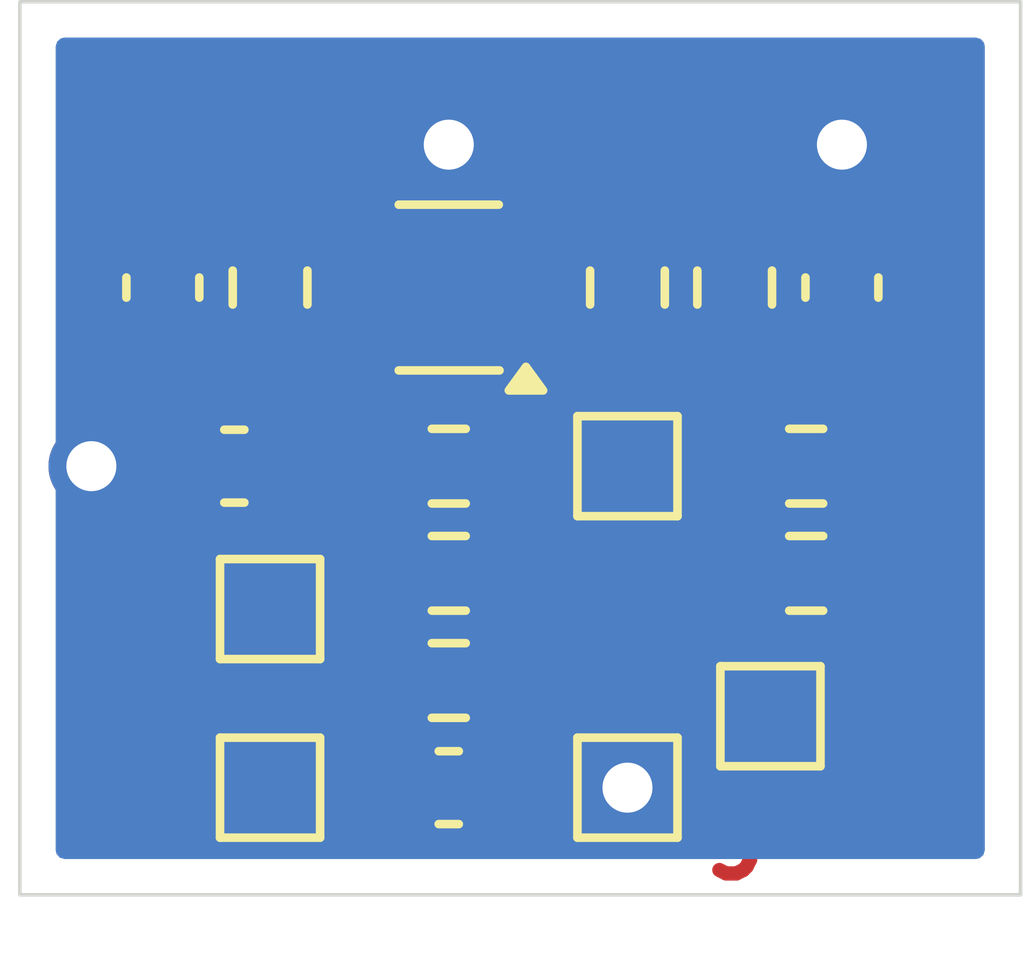
<source format=kicad_pcb>
(kicad_pcb (version 20240108) (generator "pcbnew") (generator_version "8.0")
  (layers (0 "F.Cu" signal) (31 "B.Cu" signal) (34 "B.Paste" user) (35 "F.Paste" user) (36 "B.SilkS" user "B.Silkscreen") (37 "F.SilkS" user "F.Silkscreen") (38 "B.Mask" user) (39 "F.Mask" user) (44 "Edge.Cuts" user))
  (net 0 "")
  (net 1 "GND")
  (net 2 "/LEVEL")
  (net 3 "+3V3")
  (net 4 "/PULSE")
  (net 5 "/RSSI")
  (net 6 "/IN")
  (net 7 "/PULSE'")
  (net 8 "/OUT")
  (footprint "Resistor_SMD:R_0603_1608Metric" (layer "F.Cu") (at 130.5 74 180)
    (property "Reference" "R6" (hide yes))
    (property "Value" "1k")
    (fp_line (start -0.237258 0.5225) (end 0.237258 0.5225) (stroke (width 0.12)) (layer "F.SilkS"))
    (fp_line (start -0.237258 -0.5225) (end 0.237258 -0.5225) (stroke (width 0.12)) (layer "F.SilkS"))
    (pad "1" smd roundrect (at -0.825 0 180) (size 0.8 0.95) (layers "F.Cu" "F.Paste" "F.Mask") (net 6 "/IN"))
    (pad "2" smd roundrect (at 0.825 0 180) (size 0.8 0.95) (layers "F.Cu" "F.Paste" "F.Mask") (net 5 "/RSSI"))
  )
  (footprint "Capacitor_SMD:C_0603_1608Metric" (layer "F.Cu") (at 127.5 71 180)
    (property "Reference" "C2" (hide yes))
    (property "Value" "0.1uF")
    (fp_line (start -0.140581 0.51) (end 0.140581 0.51) (stroke (width 0.12)) (layer "F.SilkS"))
    (fp_line (start -0.140581 -0.51) (end 0.140581 -0.51) (stroke (width 0.12)) (layer "F.SilkS"))
    (pad "1" smd roundrect (at -0.775 0 180) (size 0.9 0.95) (layers "F.Cu" "F.Paste" "F.Mask") (net 3 "+3V3"))
    (pad "2" smd roundrect (at 0.775 0 180) (size 0.9 0.95) (layers "F.Cu" "F.Paste" "F.Mask") (net 1 "GND"))
  )
  (footprint "Resistor_SMD:R_0603_1608Metric" (layer "F.Cu") (at 130.5 72.5)
    (property "Reference" "R7" (hide yes))
    (property "Value" "1k")
    (fp_line (start -0.237258 -0.5225) (end 0.237258 -0.5225) (stroke (width 0.12)) (layer "F.SilkS"))
    (fp_line (start -0.237258 0.5225) (end 0.237258 0.5225) (stroke (width 0.12)) (layer "F.SilkS"))
    (pad "1" smd roundrect (at -0.825 0) (size 0.8 0.95) (layers "F.Cu" "F.Paste" "F.Mask") (net 3 "+3V3"))
    (pad "2" smd roundrect (at 0.825 0) (size 0.8 0.95) (layers "F.Cu" "F.Paste" "F.Mask") (net 6 "/IN"))
  )
  (footprint "Resistor_SMD:R_0603_1608Metric" (layer "F.Cu") (at 135.5 71)
    (property "Reference" "R3" (hide yes))
    (property "Value" "10k")
    (fp_line (start -0.237258 -0.5225) (end 0.237258 -0.5225) (stroke (width 0.12)) (layer "F.SilkS"))
    (fp_line (start -0.237258 0.5225) (end 0.237258 0.5225) (stroke (width 0.12)) (layer "F.SilkS"))
    (pad "1" smd roundrect (at -0.825 0) (size 0.8 0.95) (layers "F.Cu" "F.Paste" "F.Mask") (net 6 "/IN"))
    (pad "2" smd roundrect (at 0.825 0) (size 0.8 0.95) (layers "F.Cu" "F.Paste" "F.Mask") (net 4 "/PULSE"))
  )
  (footprint "Resistor_SMD:R_0603_1608Metric" (layer "F.Cu") (at 128 68.5 90)
    (property "Reference" "R2" (hide yes))
    (property "Value" "1M")
    (fp_line (start -0.237258 -0.5225) (end 0.237258 -0.5225) (stroke (width 0.12)) (layer "F.SilkS"))
    (fp_line (start -0.237258 0.5225) (end 0.237258 0.5225) (stroke (width 0.12)) (layer "F.SilkS"))
    (pad "1" smd roundrect (at -0.825 0 90) (size 0.8 0.95) (layers "F.Cu" "F.Paste" "F.Mask") (net 3 "+3V3"))
    (pad "2" smd roundrect (at 0.825 0 90) (size 0.8 0.95) (layers "F.Cu" "F.Paste" "F.Mask") (net 2 "/LEVEL"))
  )
  (footprint "Resistor_SMD:R_0603_1608Metric" (layer "F.Cu") (at 130.5 71)
    (property "Reference" "R8" (hide yes))
    (property "Value" "1k")
    (fp_line (start -0.237258 -0.5225) (end 0.237258 -0.5225) (stroke (width 0.12)) (layer "F.SilkS"))
    (fp_line (start -0.237258 0.5225) (end 0.237258 0.5225) (stroke (width 0.12)) (layer "F.SilkS"))
    (pad "1" smd roundrect (at -0.825 0) (size 0.8 0.95) (layers "F.Cu" "F.Paste" "F.Mask") (net 3 "+3V3"))
    (pad "2" smd roundrect (at 0.825 0) (size 0.8 0.95) (layers "F.Cu" "F.Paste" "F.Mask") (net 8 "/OUT"))
  )
  (footprint "Resistor_SMD:R_0603_1608Metric" (layer "F.Cu") (at 134.5 68.5 90)
    (property "Reference" "R4" (hide yes))
    (property "Value" "10k")
    (fp_line (start -0.237258 -0.5225) (end 0.237258 -0.5225) (stroke (width 0.12)) (layer "F.SilkS"))
    (fp_line (start -0.237258 0.5225) (end 0.237258 0.5225) (stroke (width 0.12)) (layer "F.SilkS"))
    (pad "1" smd roundrect (at -0.825 0 90) (size 0.8 0.95) (layers "F.Cu" "F.Paste" "F.Mask") (net 4 "/PULSE"))
    (pad "2" smd roundrect (at 0.825 0 90) (size 0.8 0.95) (layers "F.Cu" "F.Paste" "F.Mask") (net 7 "/PULSE'"))
  )
  (footprint "Capacitor_SMD:C_0603_1608Metric" (layer "F.Cu") (at 126.5 68.5 -90)
    (property "Reference" "C1" (hide yes))
    (property "Value" "100pF")
    (fp_line (start -0.140581 0.51) (end 0.140581 0.51) (stroke (width 0.12)) (layer "F.SilkS"))
    (fp_line (start -0.140581 -0.51) (end 0.140581 -0.51) (stroke (width 0.12)) (layer "F.SilkS"))
    (pad "1" smd roundrect (at -0.775 0 270) (size 0.9 0.95) (layers "F.Cu" "F.Paste" "F.Mask") (net 2 "/LEVEL"))
    (pad "2" smd roundrect (at 0.775 0 270) (size 0.9 0.95) (layers "F.Cu" "F.Paste" "F.Mask") (net 1 "GND"))
  )
  (footprint "TestPoint:TestPoint_Pad_1.0x1.0mm" (layer "F.Cu") (at 135 74.5)
    (property "Reference" "TP1" (hide yes))
    (property "Value" "TestPoint")
    (fp_line (start -0.7 -0.7) (end 0.7 -0.7) (stroke (width 0.12)) (layer "F.SilkS"))
    (fp_line (start -0.7 0.7) (end -0.7 -0.7) (stroke (width 0.12)) (layer "F.SilkS"))
    (fp_line (start 0.7 -0.7) (end 0.7 0.7) (stroke (width 0.12)) (layer "F.SilkS"))
    (fp_line (start 0.7 0.7) (end -0.7 0.7) (stroke (width 0.12)) (layer "F.SilkS"))
    (pad "1" smd rect (at 0 0) (size 1 1) (layers "F.Cu" "F.Mask") (net 6 "/IN"))
  )
  (footprint "Resistor_SMD:R_0603_1608Metric" (layer "F.Cu") (at 135.5 72.5)
    (property "Reference" "R1" (hide yes))
    (property "Value" "10k")
    (fp_line (start -0.237258 -0.5225) (end 0.237258 -0.5225) (stroke (width 0.12)) (layer "F.SilkS"))
    (fp_line (start -0.237258 0.5225) (end 0.237258 0.5225) (stroke (width 0.12)) (layer "F.SilkS"))
    (pad "1" smd roundrect (at -0.825 0) (size 0.8 0.95) (layers "F.Cu" "F.Paste" "F.Mask") (net 6 "/IN"))
    (pad "2" smd roundrect (at 0.825 0) (size 0.8 0.95) (layers "F.Cu" "F.Paste" "F.Mask") (net 2 "/LEVEL"))
  )
  (footprint "TestPoint:TestPoint_Pad_1.0x1.0mm" (layer "F.Cu") (at 128 75.5)
    (property "Reference" "TP3" (hide yes))
    (property "Value" "TestPoint")
    (fp_line (start -0.7 -0.7) (end 0.7 -0.7) (stroke (width 0.12)) (layer "F.SilkS"))
    (fp_line (start -0.7 0.7) (end -0.7 -0.7) (stroke (width 0.12)) (layer "F.SilkS"))
    (fp_line (start 0.7 -0.7) (end 0.7 0.7) (stroke (width 0.12)) (layer "F.SilkS"))
    (fp_line (start 0.7 0.7) (end -0.7 0.7) (stroke (width 0.12)) (layer "F.SilkS"))
    (pad "1" smd rect (at 0 0) (size 1 1) (layers "F.Cu" "F.Mask") (net 5 "/RSSI"))
  )
  (footprint "TestPoint:TestPoint_Pad_1.0x1.0mm" (layer "F.Cu") (at 133 71)
    (property "Reference" "TP2" (hide yes))
    (property "Value" "TestPoint")
    (fp_line (start -0.7 -0.7) (end 0.7 -0.7) (stroke (width 0.12)) (layer "F.SilkS"))
    (fp_line (start -0.7 0.7) (end -0.7 -0.7) (stroke (width 0.12)) (layer "F.SilkS"))
    (fp_line (start 0.7 -0.7) (end 0.7 0.7) (stroke (width 0.12)) (layer "F.SilkS"))
    (fp_line (start 0.7 0.7) (end -0.7 0.7) (stroke (width 0.12)) (layer "F.SilkS"))
    (pad "1" smd rect (at 0 0) (size 1 1) (layers "F.Cu" "F.Mask") (net 8 "/OUT"))
  )
  (footprint "TestPoint:TestPoint_Pad_1.0x1.0mm" (layer "F.Cu") (at 128 73)
    (property "Reference" "TP5" (hide yes))
    (property "Value" "TestPoint")
    (fp_line (start -0.7 -0.7) (end 0.7 -0.7) (stroke (width 0.12)) (layer "F.SilkS"))
    (fp_line (start -0.7 0.7) (end -0.7 -0.7) (stroke (width 0.12)) (layer "F.SilkS"))
    (fp_line (start 0.7 -0.7) (end 0.7 0.7) (stroke (width 0.12)) (layer "F.SilkS"))
    (fp_line (start 0.7 0.7) (end -0.7 0.7) (stroke (width 0.12)) (layer "F.SilkS"))
    (pad "1" smd rect (at 0 0) (size 1 1) (layers "F.Cu" "F.Mask") (net 3 "+3V3"))
  )
  (footprint "Resistor_SMD:R_0603_1608Metric" (layer "F.Cu") (at 133 68.5 -90)
    (property "Reference" "R5" (hide yes))
    (property "Value" "1M")
    (fp_line (start -0.237258 0.5225) (end 0.237258 0.5225) (stroke (width 0.12)) (layer "F.SilkS"))
    (fp_line (start -0.237258 -0.5225) (end 0.237258 -0.5225) (stroke (width 0.12)) (layer "F.SilkS"))
    (pad "1" smd roundrect (at -0.825 0 270) (size 0.8 0.95) (layers "F.Cu" "F.Paste" "F.Mask") (net 7 "/PULSE'"))
    (pad "2" smd roundrect (at 0.825 0 270) (size 0.8 0.95) (layers "F.Cu" "F.Paste" "F.Mask") (net 8 "/OUT"))
  )
  (footprint "TestPoint:TestPoint_Pad_1.0x1.0mm" (layer "F.Cu") (at 133 75.5)
    (property "Reference" "TP4" (hide yes))
    (property "Value" "TestPoint")
    (fp_line (start -0.7 -0.7) (end 0.7 -0.7) (stroke (width 0.12)) (layer "F.SilkS"))
    (fp_line (start -0.7 0.7) (end -0.7 -0.7) (stroke (width 0.12)) (layer "F.SilkS"))
    (fp_line (start 0.7 -0.7) (end 0.7 0.7) (stroke (width 0.12)) (layer "F.SilkS"))
    (fp_line (start 0.7 0.7) (end -0.7 0.7) (stroke (width 0.12)) (layer "F.SilkS"))
    (pad "1" smd rect (at 0 0) (size 1 1) (layers "F.Cu" "F.Mask") (net 1 "GND"))
  )
  (footprint "Package_TO_SOT_SMD:SOT-353_SC-70-5" (layer "F.Cu") (at 130.5 68.5 180)
    (property "Reference" "U1" (hide yes))
    (property "Value" "MCP6566")
    (fp_line (start -0.7 1.16) (end 0.7 1.16) (stroke (width 0.12)) (layer "F.SilkS"))
    (fp_line (start -0.71 -1.16) (end 0.7 -1.16) (stroke (width 0.12)) (layer "F.SilkS"))
    (fp_poly (pts (xy -1.08 -1.11) (xy -1.32 -1.44) (xy -0.84 -1.44) (xy -1.08 -1.11)) (stroke (width 0.12)) (fill solid) (layer "F.SilkS"))
    (pad "1" smd roundrect (at -0.95 -0.65 180) (size 0.65 0.4) (layers "F.Cu" "F.Paste" "F.Mask") (net 8 "/OUT"))
    (pad "2" smd roundrect (at -0.949999 0 180) (size 0.65 0.4) (layers "F.Cu" "F.Paste" "F.Mask") (net 1 "GND"))
    (pad "3" smd roundrect (at -0.95 0.65 180) (size 0.65 0.4) (layers "F.Cu" "F.Paste" "F.Mask") (net 7 "/PULSE'"))
    (pad "4" smd roundrect (at 0.95 0.65 180) (size 0.65 0.4) (layers "F.Cu" "F.Paste" "F.Mask") (net 2 "/LEVEL"))
    (pad "5" smd roundrect (at 0.95 -0.65 180) (size 0.65 0.4) (layers "F.Cu" "F.Paste" "F.Mask") (net 3 "+3V3"))
  )
  (footprint "Capacitor_SMD:C_0603_1608Metric" (layer "F.Cu") (at 136 68.5 90)
    (property "Reference" "C3" (hide yes))
    (property "Value" "3pF")
    (fp_line (start -0.140581 -0.51) (end 0.140581 -0.51) (stroke (width 0.12)) (layer "F.SilkS"))
    (fp_line (start -0.140581 0.51) (end 0.140581 0.51) (stroke (width 0.12)) (layer "F.SilkS"))
    (pad "1" smd roundrect (at -0.775 0 90) (size 0.9 0.95) (layers "F.Cu" "F.Paste" "F.Mask") (net 4 "/PULSE"))
    (pad "2" smd roundrect (at 0.775 0 90) (size 0.9 0.95) (layers "F.Cu" "F.Paste" "F.Mask") (net 1 "GND"))
  )
  (footprint "Capacitor_SMD:C_0603_1608Metric" (layer "F.Cu") (at 130.5 75.5)
    (property "Reference" "C4" (hide yes))
    (property "Value" "10nF")
    (fp_line (start -0.140581 -0.51) (end 0.140581 -0.51) (stroke (width 0.12)) (layer "F.SilkS"))
    (fp_line (start -0.140581 0.51) (end 0.140581 0.51) (stroke (width 0.12)) (layer "F.SilkS"))
    (pad "1" smd roundrect (at -0.775 0) (size 0.9 0.95) (layers "F.Cu" "F.Paste" "F.Mask") (net 5 "/RSSI"))
    (pad "2" smd roundrect (at 0.775 0) (size 0.9 0.95) (layers "F.Cu" "F.Paste" "F.Mask") (net 1 "GND"))
  )
  (gr_rect (start 124.5 64.5) (end 138.5 77) (stroke (width 0.05)) (fill none) (layer "Edge.Cuts"))
  (gr_text "g" (at 134.5 76.5 0) (layer "F.Cu") (effects (font (size 1 1) (thickness 0.2) (bold yes)) (justify bottom)))
  (gr_text "A" (at 126.5 66.5 0) (layer "F.Cu") (effects (font (size 1 1) (thickness 0.2) (bold yes)) (justify bottom)))
  (gr_text "r" (at 126.5 76 0) (layer "F.Cu") (effects (font (size 1 1) (thickness 0.2) (bold yes)) (justify bottom)))
  (gr_text "i" (at 136.5 75 0) (layer "F.Cu") (effects (font (size 1 1) (thickness 0.2) (bold yes)) (justify bottom)))
  (gr_text "o" (at 133 73 0) (layer "F.Cu") (effects (font (size 1 1) (thickness 0.2) (bold yes)) (justify bottom)))
  (gr_text "+" (at 126.5 73.5 0) (layer "F.Cu") (effects (font (size 1 1) (thickness 0.2) (bold yes)) (justify bottom)))
  (segment (start 126.5 69.275) (end 126.5 70.775) (width 0.4) (layer "F.Cu") (net 1))
  (segment (start 131.449999 68.5) (end 131.065122 68.5) (width 0.4) (layer "F.Cu") (net 1))
  (segment (start 126.725 71) (end 125.5 71) (width 0.4) (layer "F.Cu") (net 1))
  (segment (start 130.5 67.934878) (end 130.5 66.5) (width 0.4) (layer "F.Cu") (net 1))
  (segment (start 131.275 75.5) (end 133 75.5) (width 0.4) (layer "F.Cu") (net 1))
  (segment (start 131.065122 68.5) (end 130.5 67.934878) (width 0.4) (layer "F.Cu") (net 1))
  (segment (start 126.5 70.775) (end 126.725 71) (width 0.4) (layer "F.Cu") (net 1))
  (segment (start 136 67.725) (end 136 66.5) (width 0.4) (layer "F.Cu") (net 1))
  (via (at 133 75.5) (size 1.2) (drill 0.7) (layers "F.Cu" "B.Cu") (net 1))
  (via (at 125.5 71) (size 1.2) (drill 0.7) (layers "F.Cu" "B.Cu") (net 1))
  (via (at 136 66.5) (size 1.2) (drill 0.7) (layers "F.Cu" "B.Cu") (net 1))
  (via (at 130.5 66.5) (size 1.2) (drill 0.7) (layers "F.Cu" "B.Cu") (net 1))
  (segment (start 137.5 71.325) (end 137.5 66.3) (width 0.4) (layer "F.Cu") (net 2))
  (segment (start 126.55 67.675) (end 126.5 67.725) (width 0.4) (layer "F.Cu") (net 2))
  (segment (start 137.5 66.3) (end 136.5 65.3) (width 0.4) (layer "F.Cu") (net 2))
  (segment (start 136.325 72.5) (end 137.5 71.325) (width 0.4) (layer "F.Cu") (net 2))
  (segment (start 128.8 65.3) (end 128 66.1) (width 0.4) (layer "F.Cu") (net 2))
  (segment (start 128 66.1) (end 128 67.675) (width 0.4) (layer "F.Cu") (net 2))
  (segment (start 128 67.675) (end 126.55 67.675) (width 0.4) (layer "F.Cu") (net 2))
  (segment (start 129.55 67.85) (end 128.175 67.85) (width 0.4) (layer "F.Cu") (net 2))
  (segment (start 136.5 65.3) (end 128.8 65.3) (width 0.4) (layer "F.Cu") (net 2))
  (segment (start 128.175 67.85) (end 128 67.675) (width 0.4) (layer "F.Cu") (net 2))
  (segment (start 128.5 72.5) (end 128 73) (width 0.4) (layer "F.Cu") (net 3))
  (segment (start 129.675 71) (end 129.675 72.5) (width 0.4) (layer "F.Cu") (net 3))
  (segment (start 129.55 69.15) (end 128.175 69.15) (width 0.4) (layer "F.Cu") (net 3))
  (segment (start 128.175 69.15) (end 128 69.325) (width 0.4) (layer "F.Cu") (net 3))
  (segment (start 128.275 69.6) (end 128 69.325) (width 0.4) (layer "F.Cu") (net 3))
  (segment (start 128.275 71) (end 128.275 69.6) (width 0.4) (layer "F.Cu") (net 3))
  (segment (start 128.275 71) (end 129.675 71) (width 0.4) (layer "F.Cu") (net 3))
  (segment (start 129.675 72.5) (end 128.5 72.5) (width 0.4) (layer "F.Cu") (net 3))
  (segment (start 135.95 69.325) (end 136 69.275) (width 0.4) (layer "F.Cu") (net 4))
  (segment (start 134.5 69.325) (end 135.95 69.325) (width 0.4) (layer "F.Cu") (net 4))
  (segment (start 136.325 69.6) (end 136 69.275) (width 0.4) (layer "F.Cu") (net 4))
  (segment (start 136.325 71) (end 136.325 69.6) (width 0.4) (layer "F.Cu") (net 4))
  (segment (start 128 75.5) (end 129.725 75.5) (width 0.4) (layer "F.Cu") (net 5))
  (segment (start 129.675 74) (end 129.675 75.45) (width 0.4) (layer "F.Cu") (net 5))
  (segment (start 129.675 75.45) (end 129.725 75.5) (width 0.4) (layer "F.Cu") (net 5))
  (segment (start 134.675 72.5) (end 134.675 74.175) (width 0.4) (layer "F.Cu") (net 6))
  (segment (start 131.325 74) (end 134.5 74) (width 0.4) (layer "F.Cu") (net 6))
  (segment (start 134.675 74.175) (end 135 74.5) (width 0.4) (layer "F.Cu") (net 6))
  (segment (start 134.675 71) (end 134.675 72.5) (width 0.4) (layer "F.Cu") (net 6))
  (segment (start 134.5 74) (end 135 74.5) (width 0.4) (layer "F.Cu") (net 6))
  (segment (start 131.325 72.5) (end 131.325 74) (width 0.4) (layer "F.Cu") (net 6))
  (segment (start 132.825 67.85) (end 133 67.675) (width 0.4) (layer "F.Cu") (net 7))
  (segment (start 133 67.675) (end 134.5 67.675) (width 0.4) (layer "F.Cu") (net 7))
  (segment (start 131.45 67.85) (end 132.825 67.85) (width 0.4) (layer "F.Cu") (net 7))
  (segment (start 132.825 69.15) (end 133 69.325) (width 0.4) (layer "F.Cu") (net 8))
  (segment (start 131.325 71) (end 133 71) (width 0.4) (layer "F.Cu") (net 8))
  (segment (start 133 69.325) (end 133 71) (width 0.4) (layer "F.Cu") (net 8))
  (segment (start 131.45 69.15) (end 132.825 69.15) (width 0.4) (layer "F.Cu") (net 8))
  (zone (net 1) (net_name "GND") (layer "B.Cu") (connect_pads (clearance 0.5)) (min_thickness 0.25) (fill yes (thermal_gap 0.5) (thermal_bridge_width 0.5))
    (polygon (pts (xy 124.5 64.5) (xy 138.5 64.5) (xy 138.5 77) (xy 124.5 77)))
  )
)
</source>
